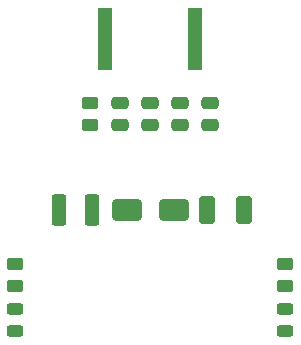
<source format=gbr>
%TF.GenerationSoftware,KiCad,Pcbnew,7.0.1*%
%TF.CreationDate,2023-05-06T15:32:37-03:00*%
%TF.ProjectId,Analog_Control,416e616c-6f67-45f4-936f-6e74726f6c2e,rev?*%
%TF.SameCoordinates,Original*%
%TF.FileFunction,Paste,Top*%
%TF.FilePolarity,Positive*%
%FSLAX46Y46*%
G04 Gerber Fmt 4.6, Leading zero omitted, Abs format (unit mm)*
G04 Created by KiCad (PCBNEW 7.0.1) date 2023-05-06 15:32:37*
%MOMM*%
%LPD*%
G01*
G04 APERTURE LIST*
G04 Aperture macros list*
%AMRoundRect*
0 Rectangle with rounded corners*
0 $1 Rounding radius*
0 $2 $3 $4 $5 $6 $7 $8 $9 X,Y pos of 4 corners*
0 Add a 4 corners polygon primitive as box body*
4,1,4,$2,$3,$4,$5,$6,$7,$8,$9,$2,$3,0*
0 Add four circle primitives for the rounded corners*
1,1,$1+$1,$2,$3*
1,1,$1+$1,$4,$5*
1,1,$1+$1,$6,$7*
1,1,$1+$1,$8,$9*
0 Add four rect primitives between the rounded corners*
20,1,$1+$1,$2,$3,$4,$5,0*
20,1,$1+$1,$4,$5,$6,$7,0*
20,1,$1+$1,$6,$7,$8,$9,0*
20,1,$1+$1,$8,$9,$2,$3,0*%
G04 Aperture macros list end*
%ADD10RoundRect,0.250000X-0.412500X-0.925000X0.412500X-0.925000X0.412500X0.925000X-0.412500X0.925000X0*%
%ADD11RoundRect,0.250000X-1.000000X-0.650000X1.000000X-0.650000X1.000000X0.650000X-1.000000X0.650000X0*%
%ADD12RoundRect,0.243750X0.456250X-0.243750X0.456250X0.243750X-0.456250X0.243750X-0.456250X-0.243750X0*%
%ADD13R,1.270000X5.334000*%
%ADD14RoundRect,0.250000X0.475000X-0.250000X0.475000X0.250000X-0.475000X0.250000X-0.475000X-0.250000X0*%
%ADD15RoundRect,0.250000X0.450000X-0.262500X0.450000X0.262500X-0.450000X0.262500X-0.450000X-0.262500X0*%
%ADD16RoundRect,0.250000X-0.450000X0.262500X-0.450000X-0.262500X0.450000X-0.262500X0.450000X0.262500X0*%
%ADD17RoundRect,0.250000X0.375000X1.075000X-0.375000X1.075000X-0.375000X-1.075000X0.375000X-1.075000X0*%
%ADD18RoundRect,0.250000X-0.475000X0.250000X-0.475000X-0.250000X0.475000X-0.250000X0.475000X0.250000X0*%
G04 APERTURE END LIST*
D10*
%TO.C,C1*%
X158482500Y-109728000D03*
X161557500Y-109728000D03*
%TD*%
D11*
%TO.C,D2*%
X151670000Y-109728000D03*
X155670000Y-109728000D03*
%TD*%
D12*
%TO.C,D3*%
X142240000Y-119960000D03*
X142240000Y-118085000D03*
%TD*%
D13*
%TO.C,J3*%
X149860000Y-95250000D03*
X157480000Y-95250000D03*
%TD*%
D14*
%TO.C,C3*%
X153670000Y-102550000D03*
X153670000Y-100650000D03*
%TD*%
D15*
%TO.C,R3*%
X142240000Y-116125000D03*
X142240000Y-114300000D03*
%TD*%
D16*
%TO.C,R2*%
X165100000Y-114300000D03*
X165100000Y-116125000D03*
%TD*%
D12*
%TO.C,D1*%
X165100000Y-119960000D03*
X165100000Y-118085000D03*
%TD*%
D17*
%TO.C,F1*%
X148720000Y-109728000D03*
X145920000Y-109728000D03*
%TD*%
D14*
%TO.C,C2*%
X151130000Y-102550000D03*
X151130000Y-100650000D03*
%TD*%
D15*
%TO.C,R1*%
X148590000Y-102512500D03*
X148590000Y-100687500D03*
%TD*%
D18*
%TO.C,C5*%
X158750000Y-100650000D03*
X158750000Y-102550000D03*
%TD*%
D14*
%TO.C,C4*%
X156210000Y-102550000D03*
X156210000Y-100650000D03*
%TD*%
M02*

</source>
